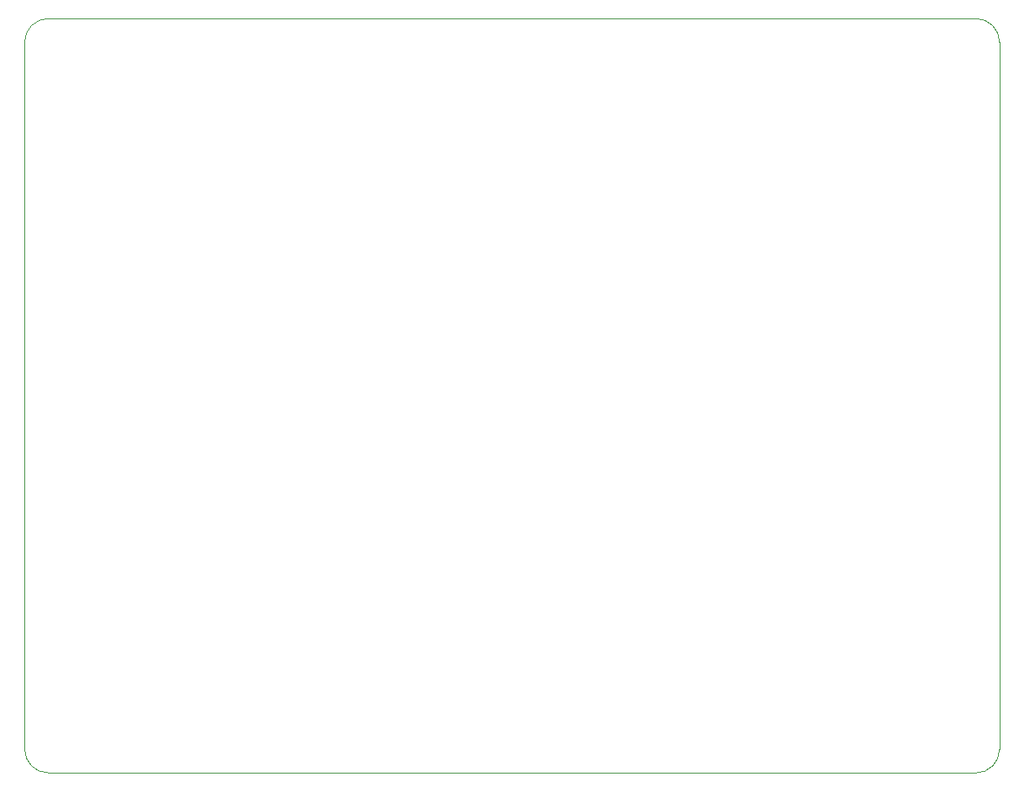
<source format=gbr>
%TF.GenerationSoftware,KiCad,Pcbnew,8.0.0*%
%TF.CreationDate,2025-01-29T17:19:00-08:00*%
%TF.ProjectId,IEEE-Macropad,49454545-2d4d-4616-9372-6f7061642e6b,rev?*%
%TF.SameCoordinates,Original*%
%TF.FileFunction,Profile,NP*%
%FSLAX46Y46*%
G04 Gerber Fmt 4.6, Leading zero omitted, Abs format (unit mm)*
G04 Created by KiCad (PCBNEW 8.0.0) date 2025-01-29 17:19:00*
%MOMM*%
%LPD*%
G01*
G04 APERTURE LIST*
%TA.AperFunction,Profile*%
%ADD10C,0.050000*%
%TD*%
G04 APERTURE END LIST*
D10*
X221456250Y-100806250D02*
X127793750Y-100806250D01*
X223837500Y-26987500D02*
X223837500Y-98425000D01*
X127793750Y-24606250D02*
X221456250Y-24606250D01*
X221456250Y-24606250D02*
G75*
G02*
X223837450Y-26987500I-50J-2381250D01*
G01*
X223837500Y-98425000D02*
G75*
G02*
X221456250Y-100806300I-2381300J0D01*
G01*
X125412500Y-26987500D02*
G75*
G02*
X127793750Y-24606200I2381300J0D01*
G01*
X127793750Y-100806250D02*
G75*
G02*
X125412550Y-98425000I50J2381250D01*
G01*
X125412500Y-98425000D02*
X125412500Y-26987500D01*
M02*

</source>
